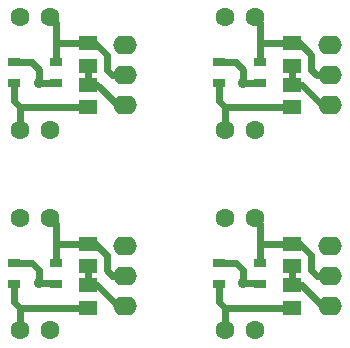
<source format=gtl>
G04 DipTrace 2.3.1.0*
%INOptoSwitch.GTL*%
%MOMM*%
%ADD13C,0.6*%
%ADD16R,1.0X0.8*%
%ADD17C,1.6*%
%ADD18R,1.5X1.3*%
%ADD19O,2.0X1.6*%
%ADD20C,0.914*%
%FSLAX53Y53*%
G04*
G71*
G90*
G75*
G01*
%LNTop*%
%LPD*%
X32465Y9843D2*
D13*
X26748D1*
X26233Y10358D1*
Y11853D1*
X26749Y7938D2*
Y9843D1*
X28336Y11906D2*
X29713D1*
X29766Y11853D1*
X28336Y11906D2*
Y13017D1*
X27701Y13652D1*
X26234D1*
X26233Y13653D1*
X32465Y11743D2*
Y13336D1*
X35640Y10001D2*
X35005D1*
X33264Y11743D1*
X32465D1*
X35640Y12541D2*
X34527D1*
X34051Y13017D1*
Y14287D1*
X32939Y15400D1*
X32629D1*
X32465Y15236D1*
X29766D1*
Y13653D1*
Y15236D2*
Y16961D1*
X29289Y17438D1*
X15161Y9843D2*
X9444D1*
X8929Y10358D1*
Y11853D1*
X9446Y7938D2*
X9444Y9843D1*
X11032Y11906D2*
X12515D1*
X12462Y11853D1*
X11032Y11906D2*
Y13017D1*
X10397Y13652D1*
X8930D1*
X8929Y13653D1*
X15161Y11743D2*
Y13336D1*
X18336Y10001D2*
X17701D1*
X15960Y11743D1*
X15161D1*
X18336Y12541D2*
X17223D1*
X16747Y13017D1*
Y14287D1*
X15635Y15400D1*
X15325D1*
X15161Y15236D1*
X12462D1*
Y13653D1*
Y15236D2*
Y16961D1*
X11986Y17438D1*
X15161Y26829D2*
X9444D1*
X8929Y27344D1*
Y28839D1*
X9446Y24924D2*
Y26829D1*
X11032Y28892D2*
X12409D1*
X12462Y28839D1*
X11032Y28892D2*
Y30003D1*
X10397Y30638D1*
X8930D1*
X8929Y30639D1*
X15161Y28729D2*
Y30322D1*
X18336Y26988D2*
X17701D1*
X15960Y28729D1*
X15161D1*
X18336Y29528D2*
X17223D1*
X16747Y30003D1*
Y31273D1*
X15635Y32386D1*
X15325D1*
X15161Y32222D1*
X12462D1*
Y30639D1*
Y32222D2*
Y33947D1*
X11986Y34424D1*
X32465Y26829D2*
X26748D1*
X26233Y27344D1*
Y28839D1*
X26749Y24924D2*
Y26829D1*
X28336Y28892D2*
X29713D1*
X29766Y28839D1*
X28336Y28892D2*
Y30003D1*
X27701Y30638D1*
X26234D1*
X26233Y30639D1*
X32465Y28729D2*
Y30322D1*
X35640Y26988D2*
X35005D1*
X33264Y28729D1*
X32465D1*
X35640Y29528D2*
X34527D1*
X34051Y30003D1*
Y31273D1*
X32939Y32386D1*
X32629D1*
X32465Y32222D1*
X29766D1*
Y30639D1*
Y32222D2*
Y33947D1*
X29289Y34424D1*
D20*
X28336Y11906D3*
D3*
X11032D3*
D3*
Y28892D3*
D3*
X28336D3*
D3*
D16*
X29766Y13653D3*
Y11853D3*
X26233Y13653D3*
Y11853D3*
D17*
X29289Y7938D3*
X26749D3*
X29289Y17438D3*
X26749D3*
D18*
X32465Y9843D3*
Y11743D3*
Y13336D3*
Y15236D3*
D19*
X35640Y10001D3*
Y12541D3*
Y15081D3*
D16*
X12462Y13653D3*
Y11853D3*
X8929Y13653D3*
Y11853D3*
D17*
X11986Y7938D3*
X9446D3*
X11986Y17438D3*
X9446D3*
D18*
X15161Y9843D3*
Y11743D3*
Y13336D3*
Y15236D3*
D19*
X18336Y10001D3*
Y12541D3*
Y15081D3*
D16*
X12462Y30639D3*
Y28839D3*
X8929Y30639D3*
Y28839D3*
D17*
X11986Y24924D3*
X9446D3*
X11986Y34424D3*
X9446D3*
D18*
X15161Y26829D3*
Y28729D3*
Y30322D3*
Y32222D3*
D19*
X18336Y26988D3*
Y29528D3*
Y32068D3*
D16*
X29766Y30639D3*
Y28839D3*
X26233Y30639D3*
Y28839D3*
D17*
X29289Y24924D3*
X26749D3*
X29289Y34424D3*
X26749D3*
D18*
X32465Y26829D3*
Y28729D3*
Y30322D3*
Y32222D3*
D19*
X35640Y26988D3*
Y29528D3*
Y32068D3*
M02*

</source>
